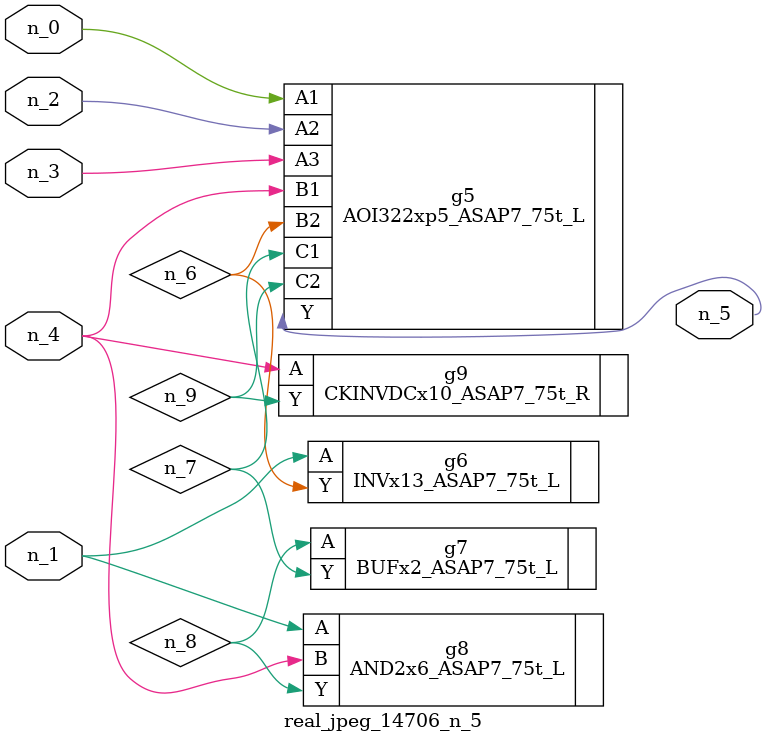
<source format=v>
module real_jpeg_14706_n_5 (n_4, n_0, n_1, n_2, n_3, n_5);

input n_4;
input n_0;
input n_1;
input n_2;
input n_3;

output n_5;

wire n_8;
wire n_6;
wire n_7;
wire n_9;

AOI322xp5_ASAP7_75t_L g5 ( 
.A1(n_0),
.A2(n_2),
.A3(n_3),
.B1(n_4),
.B2(n_6),
.C1(n_7),
.C2(n_9),
.Y(n_5)
);

INVx13_ASAP7_75t_L g6 ( 
.A(n_1),
.Y(n_6)
);

AND2x6_ASAP7_75t_L g8 ( 
.A(n_1),
.B(n_4),
.Y(n_8)
);

CKINVDCx10_ASAP7_75t_R g9 ( 
.A(n_4),
.Y(n_9)
);

BUFx2_ASAP7_75t_L g7 ( 
.A(n_8),
.Y(n_7)
);


endmodule
</source>
